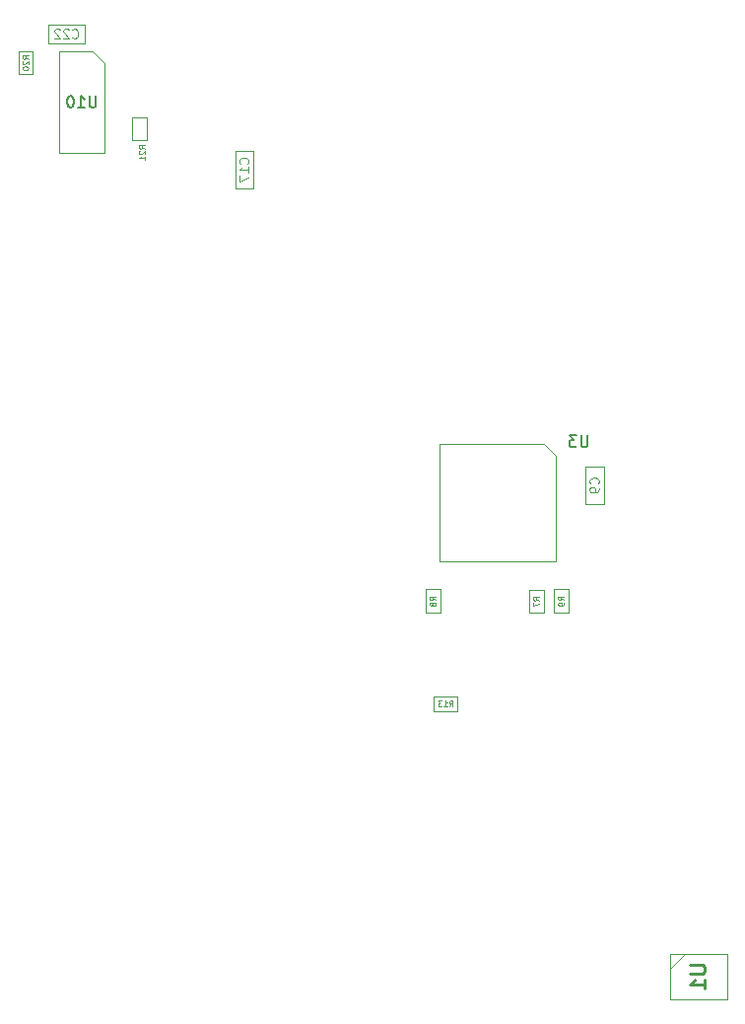
<source format=gbr>
%TF.GenerationSoftware,KiCad,Pcbnew,7.0.11-7.0.11~ubuntu22.04.1*%
%TF.CreationDate,2024-08-09T20:43:50-04:00*%
%TF.ProjectId,coleco_original,636f6c65-636f-45f6-9f72-6967696e616c,DEV*%
%TF.SameCoordinates,Original*%
%TF.FileFunction,AssemblyDrawing,Bot*%
%FSLAX46Y46*%
G04 Gerber Fmt 4.6, Leading zero omitted, Abs format (unit mm)*
G04 Created by KiCad (PCBNEW 7.0.11-7.0.11~ubuntu22.04.1) date 2024-08-09 20:43:50*
%MOMM*%
%LPD*%
G01*
G04 APERTURE LIST*
%ADD10C,0.150000*%
%ADD11C,0.080000*%
%ADD12C,0.120000*%
%ADD13C,0.254000*%
%ADD14C,0.100000*%
G04 APERTURE END LIST*
D10*
X79369132Y-94702166D02*
X79369132Y-95495500D01*
X79369132Y-95495500D02*
X79322466Y-95588833D01*
X79322466Y-95588833D02*
X79275799Y-95635500D01*
X79275799Y-95635500D02*
X79182466Y-95682166D01*
X79182466Y-95682166D02*
X78995799Y-95682166D01*
X78995799Y-95682166D02*
X78902466Y-95635500D01*
X78902466Y-95635500D02*
X78855799Y-95588833D01*
X78855799Y-95588833D02*
X78809132Y-95495500D01*
X78809132Y-95495500D02*
X78809132Y-94702166D01*
X77829132Y-95682166D02*
X78389132Y-95682166D01*
X78109132Y-95682166D02*
X78109132Y-94702166D01*
X78109132Y-94702166D02*
X78202465Y-94842166D01*
X78202465Y-94842166D02*
X78295799Y-94935500D01*
X78295799Y-94935500D02*
X78389132Y-94982166D01*
X77222466Y-94702166D02*
X77129132Y-94702166D01*
X77129132Y-94702166D02*
X77035799Y-94748833D01*
X77035799Y-94748833D02*
X76989132Y-94795500D01*
X76989132Y-94795500D02*
X76942466Y-94888833D01*
X76942466Y-94888833D02*
X76895799Y-95075500D01*
X76895799Y-95075500D02*
X76895799Y-95308833D01*
X76895799Y-95308833D02*
X76942466Y-95495500D01*
X76942466Y-95495500D02*
X76989132Y-95588833D01*
X76989132Y-95588833D02*
X77035799Y-95635500D01*
X77035799Y-95635500D02*
X77129132Y-95682166D01*
X77129132Y-95682166D02*
X77222466Y-95682166D01*
X77222466Y-95682166D02*
X77315799Y-95635500D01*
X77315799Y-95635500D02*
X77362466Y-95588833D01*
X77362466Y-95588833D02*
X77409132Y-95495500D01*
X77409132Y-95495500D02*
X77455799Y-95308833D01*
X77455799Y-95308833D02*
X77455799Y-95075500D01*
X77455799Y-95075500D02*
X77409132Y-94888833D01*
X77409132Y-94888833D02*
X77362466Y-94795500D01*
X77362466Y-94795500D02*
X77315799Y-94748833D01*
X77315799Y-94748833D02*
X77222466Y-94702166D01*
D11*
X73556949Y-91509671D02*
X73318854Y-91343005D01*
X73556949Y-91223957D02*
X73056949Y-91223957D01*
X73056949Y-91223957D02*
X73056949Y-91414433D01*
X73056949Y-91414433D02*
X73080759Y-91462052D01*
X73080759Y-91462052D02*
X73104568Y-91485862D01*
X73104568Y-91485862D02*
X73152187Y-91509671D01*
X73152187Y-91509671D02*
X73223616Y-91509671D01*
X73223616Y-91509671D02*
X73271235Y-91485862D01*
X73271235Y-91485862D02*
X73295044Y-91462052D01*
X73295044Y-91462052D02*
X73318854Y-91414433D01*
X73318854Y-91414433D02*
X73318854Y-91223957D01*
X73104568Y-91700148D02*
X73080759Y-91723957D01*
X73080759Y-91723957D02*
X73056949Y-91771576D01*
X73056949Y-91771576D02*
X73056949Y-91890624D01*
X73056949Y-91890624D02*
X73080759Y-91938243D01*
X73080759Y-91938243D02*
X73104568Y-91962052D01*
X73104568Y-91962052D02*
X73152187Y-91985862D01*
X73152187Y-91985862D02*
X73199806Y-91985862D01*
X73199806Y-91985862D02*
X73271235Y-91962052D01*
X73271235Y-91962052D02*
X73556949Y-91676338D01*
X73556949Y-91676338D02*
X73556949Y-91985862D01*
X73056949Y-92295385D02*
X73056949Y-92343004D01*
X73056949Y-92343004D02*
X73080759Y-92390623D01*
X73080759Y-92390623D02*
X73104568Y-92414433D01*
X73104568Y-92414433D02*
X73152187Y-92438242D01*
X73152187Y-92438242D02*
X73247425Y-92462052D01*
X73247425Y-92462052D02*
X73366473Y-92462052D01*
X73366473Y-92462052D02*
X73461711Y-92438242D01*
X73461711Y-92438242D02*
X73509330Y-92414433D01*
X73509330Y-92414433D02*
X73533140Y-92390623D01*
X73533140Y-92390623D02*
X73556949Y-92343004D01*
X73556949Y-92343004D02*
X73556949Y-92295385D01*
X73556949Y-92295385D02*
X73533140Y-92247766D01*
X73533140Y-92247766D02*
X73509330Y-92223957D01*
X73509330Y-92223957D02*
X73461711Y-92200147D01*
X73461711Y-92200147D02*
X73366473Y-92176338D01*
X73366473Y-92176338D02*
X73247425Y-92176338D01*
X73247425Y-92176338D02*
X73152187Y-92200147D01*
X73152187Y-92200147D02*
X73104568Y-92223957D01*
X73104568Y-92223957D02*
X73080759Y-92247766D01*
X73080759Y-92247766D02*
X73056949Y-92295385D01*
D12*
X77351085Y-89682264D02*
X77389181Y-89720360D01*
X77389181Y-89720360D02*
X77503466Y-89758455D01*
X77503466Y-89758455D02*
X77579657Y-89758455D01*
X77579657Y-89758455D02*
X77693943Y-89720360D01*
X77693943Y-89720360D02*
X77770133Y-89644169D01*
X77770133Y-89644169D02*
X77808228Y-89567979D01*
X77808228Y-89567979D02*
X77846324Y-89415598D01*
X77846324Y-89415598D02*
X77846324Y-89301312D01*
X77846324Y-89301312D02*
X77808228Y-89148931D01*
X77808228Y-89148931D02*
X77770133Y-89072740D01*
X77770133Y-89072740D02*
X77693943Y-88996550D01*
X77693943Y-88996550D02*
X77579657Y-88958455D01*
X77579657Y-88958455D02*
X77503466Y-88958455D01*
X77503466Y-88958455D02*
X77389181Y-88996550D01*
X77389181Y-88996550D02*
X77351085Y-89034645D01*
X77046324Y-89034645D02*
X77008228Y-88996550D01*
X77008228Y-88996550D02*
X76932038Y-88958455D01*
X76932038Y-88958455D02*
X76741562Y-88958455D01*
X76741562Y-88958455D02*
X76665371Y-88996550D01*
X76665371Y-88996550D02*
X76627276Y-89034645D01*
X76627276Y-89034645D02*
X76589181Y-89110836D01*
X76589181Y-89110836D02*
X76589181Y-89187026D01*
X76589181Y-89187026D02*
X76627276Y-89301312D01*
X76627276Y-89301312D02*
X77084419Y-89758455D01*
X77084419Y-89758455D02*
X76589181Y-89758455D01*
X76284419Y-89034645D02*
X76246323Y-88996550D01*
X76246323Y-88996550D02*
X76170133Y-88958455D01*
X76170133Y-88958455D02*
X75979657Y-88958455D01*
X75979657Y-88958455D02*
X75903466Y-88996550D01*
X75903466Y-88996550D02*
X75865371Y-89034645D01*
X75865371Y-89034645D02*
X75827276Y-89110836D01*
X75827276Y-89110836D02*
X75827276Y-89187026D01*
X75827276Y-89187026D02*
X75865371Y-89301312D01*
X75865371Y-89301312D02*
X76322514Y-89758455D01*
X76322514Y-89758455D02*
X75827276Y-89758455D01*
D13*
X130428568Y-169289780D02*
X131456663Y-169289780D01*
X131456663Y-169289780D02*
X131577615Y-169350257D01*
X131577615Y-169350257D02*
X131638092Y-169410733D01*
X131638092Y-169410733D02*
X131698568Y-169531685D01*
X131698568Y-169531685D02*
X131698568Y-169773590D01*
X131698568Y-169773590D02*
X131638092Y-169894542D01*
X131638092Y-169894542D02*
X131577615Y-169955019D01*
X131577615Y-169955019D02*
X131456663Y-170015495D01*
X131456663Y-170015495D02*
X130428568Y-170015495D01*
X131698568Y-171285495D02*
X131698568Y-170559780D01*
X131698568Y-170922637D02*
X130428568Y-170922637D01*
X130428568Y-170922637D02*
X130609996Y-170801685D01*
X130609996Y-170801685D02*
X130730949Y-170680733D01*
X130730949Y-170680733D02*
X130791425Y-170559780D01*
D11*
X83577249Y-99220471D02*
X83339154Y-99053805D01*
X83577249Y-98934757D02*
X83077249Y-98934757D01*
X83077249Y-98934757D02*
X83077249Y-99125233D01*
X83077249Y-99125233D02*
X83101059Y-99172852D01*
X83101059Y-99172852D02*
X83124868Y-99196662D01*
X83124868Y-99196662D02*
X83172487Y-99220471D01*
X83172487Y-99220471D02*
X83243916Y-99220471D01*
X83243916Y-99220471D02*
X83291535Y-99196662D01*
X83291535Y-99196662D02*
X83315344Y-99172852D01*
X83315344Y-99172852D02*
X83339154Y-99125233D01*
X83339154Y-99125233D02*
X83339154Y-98934757D01*
X83124868Y-99410948D02*
X83101059Y-99434757D01*
X83101059Y-99434757D02*
X83077249Y-99482376D01*
X83077249Y-99482376D02*
X83077249Y-99601424D01*
X83077249Y-99601424D02*
X83101059Y-99649043D01*
X83101059Y-99649043D02*
X83124868Y-99672852D01*
X83124868Y-99672852D02*
X83172487Y-99696662D01*
X83172487Y-99696662D02*
X83220106Y-99696662D01*
X83220106Y-99696662D02*
X83291535Y-99672852D01*
X83291535Y-99672852D02*
X83577249Y-99387138D01*
X83577249Y-99387138D02*
X83577249Y-99696662D01*
X83577249Y-100172852D02*
X83577249Y-99887138D01*
X83577249Y-100029995D02*
X83077249Y-100029995D01*
X83077249Y-100029995D02*
X83148678Y-99982376D01*
X83148678Y-99982376D02*
X83196297Y-99934757D01*
X83196297Y-99934757D02*
X83220106Y-99887138D01*
D12*
X92413464Y-100486314D02*
X92451560Y-100448218D01*
X92451560Y-100448218D02*
X92489655Y-100333933D01*
X92489655Y-100333933D02*
X92489655Y-100257742D01*
X92489655Y-100257742D02*
X92451560Y-100143456D01*
X92451560Y-100143456D02*
X92375369Y-100067266D01*
X92375369Y-100067266D02*
X92299179Y-100029171D01*
X92299179Y-100029171D02*
X92146798Y-99991075D01*
X92146798Y-99991075D02*
X92032512Y-99991075D01*
X92032512Y-99991075D02*
X91880131Y-100029171D01*
X91880131Y-100029171D02*
X91803940Y-100067266D01*
X91803940Y-100067266D02*
X91727750Y-100143456D01*
X91727750Y-100143456D02*
X91689655Y-100257742D01*
X91689655Y-100257742D02*
X91689655Y-100333933D01*
X91689655Y-100333933D02*
X91727750Y-100448218D01*
X91727750Y-100448218D02*
X91765845Y-100486314D01*
X92489655Y-101248218D02*
X92489655Y-100791075D01*
X92489655Y-101019647D02*
X91689655Y-101019647D01*
X91689655Y-101019647D02*
X91803940Y-100943456D01*
X91803940Y-100943456D02*
X91880131Y-100867266D01*
X91880131Y-100867266D02*
X91918226Y-100791075D01*
X91689655Y-101514885D02*
X91689655Y-102048219D01*
X91689655Y-102048219D02*
X92489655Y-101705361D01*
D11*
X109719228Y-147101949D02*
X109885894Y-146863854D01*
X110004942Y-147101949D02*
X110004942Y-146601949D01*
X110004942Y-146601949D02*
X109814466Y-146601949D01*
X109814466Y-146601949D02*
X109766847Y-146625759D01*
X109766847Y-146625759D02*
X109743037Y-146649568D01*
X109743037Y-146649568D02*
X109719228Y-146697187D01*
X109719228Y-146697187D02*
X109719228Y-146768616D01*
X109719228Y-146768616D02*
X109743037Y-146816235D01*
X109743037Y-146816235D02*
X109766847Y-146840044D01*
X109766847Y-146840044D02*
X109814466Y-146863854D01*
X109814466Y-146863854D02*
X110004942Y-146863854D01*
X109243037Y-147101949D02*
X109528751Y-147101949D01*
X109385894Y-147101949D02*
X109385894Y-146601949D01*
X109385894Y-146601949D02*
X109433513Y-146673378D01*
X109433513Y-146673378D02*
X109481132Y-146720997D01*
X109481132Y-146720997D02*
X109528751Y-146744806D01*
X109076371Y-146601949D02*
X108766847Y-146601949D01*
X108766847Y-146601949D02*
X108933514Y-146792425D01*
X108933514Y-146792425D02*
X108862085Y-146792425D01*
X108862085Y-146792425D02*
X108814466Y-146816235D01*
X108814466Y-146816235D02*
X108790657Y-146840044D01*
X108790657Y-146840044D02*
X108766847Y-146887663D01*
X108766847Y-146887663D02*
X108766847Y-147006711D01*
X108766847Y-147006711D02*
X108790657Y-147054330D01*
X108790657Y-147054330D02*
X108814466Y-147078140D01*
X108814466Y-147078140D02*
X108862085Y-147101949D01*
X108862085Y-147101949D02*
X109004942Y-147101949D01*
X109004942Y-147101949D02*
X109052561Y-147078140D01*
X109052561Y-147078140D02*
X109076371Y-147054330D01*
D10*
X121615104Y-123839919D02*
X121615104Y-124649442D01*
X121615104Y-124649442D02*
X121567485Y-124744680D01*
X121567485Y-124744680D02*
X121519866Y-124792300D01*
X121519866Y-124792300D02*
X121424628Y-124839919D01*
X121424628Y-124839919D02*
X121234152Y-124839919D01*
X121234152Y-124839919D02*
X121138914Y-124792300D01*
X121138914Y-124792300D02*
X121091295Y-124744680D01*
X121091295Y-124744680D02*
X121043676Y-124649442D01*
X121043676Y-124649442D02*
X121043676Y-123839919D01*
X120662723Y-123839919D02*
X120043676Y-123839919D01*
X120043676Y-123839919D02*
X120377009Y-124220871D01*
X120377009Y-124220871D02*
X120234152Y-124220871D01*
X120234152Y-124220871D02*
X120138914Y-124268490D01*
X120138914Y-124268490D02*
X120091295Y-124316109D01*
X120091295Y-124316109D02*
X120043676Y-124411347D01*
X120043676Y-124411347D02*
X120043676Y-124649442D01*
X120043676Y-124649442D02*
X120091295Y-124744680D01*
X120091295Y-124744680D02*
X120138914Y-124792300D01*
X120138914Y-124792300D02*
X120234152Y-124839919D01*
X120234152Y-124839919D02*
X120519866Y-124839919D01*
X120519866Y-124839919D02*
X120615104Y-124792300D01*
X120615104Y-124792300D02*
X120662723Y-124744680D01*
D11*
X119581749Y-137966566D02*
X119343654Y-137799900D01*
X119581749Y-137680852D02*
X119081749Y-137680852D01*
X119081749Y-137680852D02*
X119081749Y-137871328D01*
X119081749Y-137871328D02*
X119105559Y-137918947D01*
X119105559Y-137918947D02*
X119129368Y-137942757D01*
X119129368Y-137942757D02*
X119176987Y-137966566D01*
X119176987Y-137966566D02*
X119248416Y-137966566D01*
X119248416Y-137966566D02*
X119296035Y-137942757D01*
X119296035Y-137942757D02*
X119319844Y-137918947D01*
X119319844Y-137918947D02*
X119343654Y-137871328D01*
X119343654Y-137871328D02*
X119343654Y-137680852D01*
X119581749Y-138204662D02*
X119581749Y-138299900D01*
X119581749Y-138299900D02*
X119557940Y-138347519D01*
X119557940Y-138347519D02*
X119534130Y-138371328D01*
X119534130Y-138371328D02*
X119462701Y-138418947D01*
X119462701Y-138418947D02*
X119367463Y-138442757D01*
X119367463Y-138442757D02*
X119176987Y-138442757D01*
X119176987Y-138442757D02*
X119129368Y-138418947D01*
X119129368Y-138418947D02*
X119105559Y-138395138D01*
X119105559Y-138395138D02*
X119081749Y-138347519D01*
X119081749Y-138347519D02*
X119081749Y-138252281D01*
X119081749Y-138252281D02*
X119105559Y-138204662D01*
X119105559Y-138204662D02*
X119129368Y-138180852D01*
X119129368Y-138180852D02*
X119176987Y-138157043D01*
X119176987Y-138157043D02*
X119296035Y-138157043D01*
X119296035Y-138157043D02*
X119343654Y-138180852D01*
X119343654Y-138180852D02*
X119367463Y-138204662D01*
X119367463Y-138204662D02*
X119391273Y-138252281D01*
X119391273Y-138252281D02*
X119391273Y-138347519D01*
X119391273Y-138347519D02*
X119367463Y-138395138D01*
X119367463Y-138395138D02*
X119343654Y-138418947D01*
X119343654Y-138418947D02*
X119296035Y-138442757D01*
X117448149Y-137991966D02*
X117210054Y-137825300D01*
X117448149Y-137706252D02*
X116948149Y-137706252D01*
X116948149Y-137706252D02*
X116948149Y-137896728D01*
X116948149Y-137896728D02*
X116971959Y-137944347D01*
X116971959Y-137944347D02*
X116995768Y-137968157D01*
X116995768Y-137968157D02*
X117043387Y-137991966D01*
X117043387Y-137991966D02*
X117114816Y-137991966D01*
X117114816Y-137991966D02*
X117162435Y-137968157D01*
X117162435Y-137968157D02*
X117186244Y-137944347D01*
X117186244Y-137944347D02*
X117210054Y-137896728D01*
X117210054Y-137896728D02*
X117210054Y-137706252D01*
X116948149Y-138158633D02*
X116948149Y-138491966D01*
X116948149Y-138491966D02*
X117448149Y-138277681D01*
D12*
X122512464Y-127959767D02*
X122550560Y-127921671D01*
X122550560Y-127921671D02*
X122588655Y-127807386D01*
X122588655Y-127807386D02*
X122588655Y-127731195D01*
X122588655Y-127731195D02*
X122550560Y-127616909D01*
X122550560Y-127616909D02*
X122474369Y-127540719D01*
X122474369Y-127540719D02*
X122398179Y-127502624D01*
X122398179Y-127502624D02*
X122245798Y-127464528D01*
X122245798Y-127464528D02*
X122131512Y-127464528D01*
X122131512Y-127464528D02*
X121979131Y-127502624D01*
X121979131Y-127502624D02*
X121902940Y-127540719D01*
X121902940Y-127540719D02*
X121826750Y-127616909D01*
X121826750Y-127616909D02*
X121788655Y-127731195D01*
X121788655Y-127731195D02*
X121788655Y-127807386D01*
X121788655Y-127807386D02*
X121826750Y-127921671D01*
X121826750Y-127921671D02*
X121864845Y-127959767D01*
X122588655Y-128340719D02*
X122588655Y-128493100D01*
X122588655Y-128493100D02*
X122550560Y-128569290D01*
X122550560Y-128569290D02*
X122512464Y-128607386D01*
X122512464Y-128607386D02*
X122398179Y-128683576D01*
X122398179Y-128683576D02*
X122245798Y-128721671D01*
X122245798Y-128721671D02*
X121941036Y-128721671D01*
X121941036Y-128721671D02*
X121864845Y-128683576D01*
X121864845Y-128683576D02*
X121826750Y-128645481D01*
X121826750Y-128645481D02*
X121788655Y-128569290D01*
X121788655Y-128569290D02*
X121788655Y-128416909D01*
X121788655Y-128416909D02*
X121826750Y-128340719D01*
X121826750Y-128340719D02*
X121864845Y-128302624D01*
X121864845Y-128302624D02*
X121941036Y-128264528D01*
X121941036Y-128264528D02*
X122131512Y-128264528D01*
X122131512Y-128264528D02*
X122207702Y-128302624D01*
X122207702Y-128302624D02*
X122245798Y-128340719D01*
X122245798Y-128340719D02*
X122283893Y-128416909D01*
X122283893Y-128416909D02*
X122283893Y-128569290D01*
X122283893Y-128569290D02*
X122245798Y-128645481D01*
X122245798Y-128645481D02*
X122207702Y-128683576D01*
X122207702Y-128683576D02*
X122131512Y-128721671D01*
D11*
X108558149Y-137966566D02*
X108320054Y-137799900D01*
X108558149Y-137680852D02*
X108058149Y-137680852D01*
X108058149Y-137680852D02*
X108058149Y-137871328D01*
X108058149Y-137871328D02*
X108081959Y-137918947D01*
X108081959Y-137918947D02*
X108105768Y-137942757D01*
X108105768Y-137942757D02*
X108153387Y-137966566D01*
X108153387Y-137966566D02*
X108224816Y-137966566D01*
X108224816Y-137966566D02*
X108272435Y-137942757D01*
X108272435Y-137942757D02*
X108296244Y-137918947D01*
X108296244Y-137918947D02*
X108320054Y-137871328D01*
X108320054Y-137871328D02*
X108320054Y-137680852D01*
X108272435Y-138252281D02*
X108248625Y-138204662D01*
X108248625Y-138204662D02*
X108224816Y-138180852D01*
X108224816Y-138180852D02*
X108177197Y-138157043D01*
X108177197Y-138157043D02*
X108153387Y-138157043D01*
X108153387Y-138157043D02*
X108105768Y-138180852D01*
X108105768Y-138180852D02*
X108081959Y-138204662D01*
X108081959Y-138204662D02*
X108058149Y-138252281D01*
X108058149Y-138252281D02*
X108058149Y-138347519D01*
X108058149Y-138347519D02*
X108081959Y-138395138D01*
X108081959Y-138395138D02*
X108105768Y-138418947D01*
X108105768Y-138418947D02*
X108153387Y-138442757D01*
X108153387Y-138442757D02*
X108177197Y-138442757D01*
X108177197Y-138442757D02*
X108224816Y-138418947D01*
X108224816Y-138418947D02*
X108248625Y-138395138D01*
X108248625Y-138395138D02*
X108272435Y-138347519D01*
X108272435Y-138347519D02*
X108272435Y-138252281D01*
X108272435Y-138252281D02*
X108296244Y-138204662D01*
X108296244Y-138204662D02*
X108320054Y-138180852D01*
X108320054Y-138180852D02*
X108367673Y-138157043D01*
X108367673Y-138157043D02*
X108462911Y-138157043D01*
X108462911Y-138157043D02*
X108510530Y-138180852D01*
X108510530Y-138180852D02*
X108534340Y-138204662D01*
X108534340Y-138204662D02*
X108558149Y-138252281D01*
X108558149Y-138252281D02*
X108558149Y-138347519D01*
X108558149Y-138347519D02*
X108534340Y-138395138D01*
X108534340Y-138395138D02*
X108510530Y-138418947D01*
X108510530Y-138418947D02*
X108462911Y-138442757D01*
X108462911Y-138442757D02*
X108367673Y-138442757D01*
X108367673Y-138442757D02*
X108320054Y-138418947D01*
X108320054Y-138418947D02*
X108296244Y-138395138D01*
X108296244Y-138395138D02*
X108272435Y-138347519D01*
D14*
%TO.C,U10*%
X79130800Y-90911600D02*
X76205800Y-90911600D01*
X76205800Y-90911600D02*
X76205800Y-99561600D01*
X76205800Y-99561600D02*
X80105800Y-99561600D01*
X80105800Y-99561600D02*
X80105800Y-91886600D01*
X80105800Y-91886600D02*
X79130800Y-90911600D01*
%TO.C,R20*%
X73954800Y-90831100D02*
X72704800Y-90831100D01*
X72704800Y-90831100D02*
X72704800Y-92831100D01*
X73954800Y-92831100D02*
X73954800Y-90831100D01*
X72704800Y-92831100D02*
X73954800Y-92831100D01*
%TO.C,C22*%
X75236800Y-88594600D02*
X75236800Y-90194600D01*
X75236800Y-90194600D02*
X78436800Y-90194600D01*
X78436800Y-88594600D02*
X75236800Y-88594600D01*
X78436800Y-90194600D02*
X78436800Y-88594600D01*
%TO.C,U1*%
X133574250Y-168307400D02*
X128674250Y-168307400D01*
X129944250Y-168307400D02*
X128674250Y-169577400D01*
X128674250Y-168307400D02*
X128674250Y-172207400D01*
X133574250Y-172207400D02*
X133574250Y-168307400D01*
X128674250Y-172207400D02*
X133574250Y-172207400D01*
%TO.C,R21*%
X83733800Y-96522600D02*
X82483800Y-96522600D01*
X82483800Y-96522600D02*
X82483800Y-98522600D01*
X83733800Y-98522600D02*
X83733800Y-96522600D01*
X82483800Y-98522600D02*
X83733800Y-98522600D01*
%TO.C,C17*%
X92925800Y-99400600D02*
X91325800Y-99400600D01*
X91325800Y-99400600D02*
X91325800Y-102600600D01*
X92925800Y-102600600D02*
X92925800Y-99400600D01*
X91325800Y-102600600D02*
X92925800Y-102600600D01*
%TO.C,R13*%
X108397800Y-146249800D02*
X108397800Y-147499800D01*
X108397800Y-147499800D02*
X110397800Y-147499800D01*
X110397800Y-146249800D02*
X108397800Y-146249800D01*
X110397800Y-147499800D02*
X110397800Y-146249800D01*
%TO.C,U3*%
X118891900Y-134604500D02*
X118891900Y-125604500D01*
X118891900Y-125604500D02*
X117891900Y-124604500D01*
X117891900Y-124604500D02*
X108891900Y-124604500D01*
X108891900Y-134604500D02*
X118891900Y-134604500D01*
X108891900Y-124604500D02*
X108891900Y-134604500D01*
%TO.C,R9*%
X119979600Y-137049900D02*
X118729600Y-137049900D01*
X118729600Y-137049900D02*
X118729600Y-139049900D01*
X119979600Y-139049900D02*
X119979600Y-137049900D01*
X118729600Y-139049900D02*
X119979600Y-139049900D01*
%TO.C,R7*%
X117846000Y-137075300D02*
X116596000Y-137075300D01*
X116596000Y-137075300D02*
X116596000Y-139075300D01*
X117846000Y-139075300D02*
X117846000Y-137075300D01*
X116596000Y-139075300D02*
X117846000Y-139075300D01*
%TO.C,C9*%
X121424800Y-129693100D02*
X123024800Y-129693100D01*
X123024800Y-129693100D02*
X123024800Y-126493100D01*
X121424800Y-126493100D02*
X121424800Y-129693100D01*
X123024800Y-126493100D02*
X121424800Y-126493100D01*
%TO.C,R8*%
X107706000Y-139049900D02*
X108956000Y-139049900D01*
X108956000Y-139049900D02*
X108956000Y-137049900D01*
X107706000Y-137049900D02*
X107706000Y-139049900D01*
X108956000Y-137049900D02*
X107706000Y-137049900D01*
%TD*%
M02*

</source>
